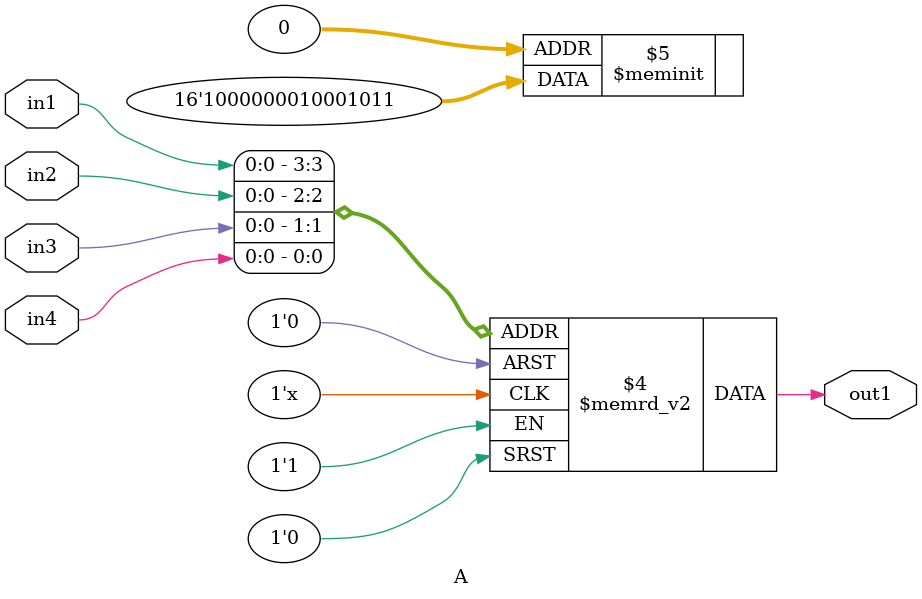
<source format=v>
module A(output out1,  input in1, in2, in3, in4);
  reg r_out;
  assign out = r_out;
  always@(in1,in2,in3,in4)
    begin
      case({in1,in2,in3,in4})
        4'b0000: {out1} = 1'b1;
        4'b0001: {out1} = 1'b1;
        4'b0010: {out1} = 1'b0;
        4'b0011: {out1} = 1'b1;
        4'b0100: {out1} = 1'b0;
        4'b0101: {out1} = 1'b0;
        4'b0110: {out1} = 1'b0;
        4'b0111: {out1} = 1'b1;
        4'b1000: {out1} = 1'b0;
        4'b1001: {out1} = 1'b0;
        4'b1010: {out1} = 1'b0;
        4'b1011: {out1} = 1'b0;
        4'b1100: {out1} = 1'b0;
        4'b1101: {out1} = 1'b0;
        4'b1110: {out1} = 1'b0;
        4'b1111: {out1} = 1'b1;
      endcase
    end
endmodule

</source>
